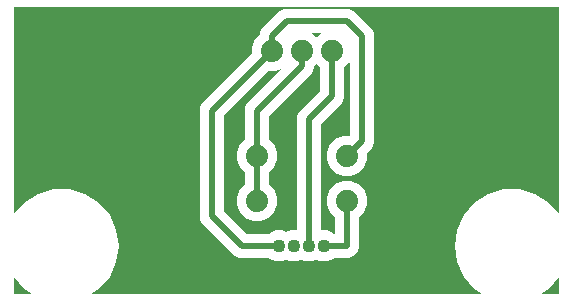
<source format=gbr>
G04 EAGLE Gerber X2 export*
%TF.Part,Single*%
%TF.FileFunction,Copper,L1,Top,Mixed*%
%TF.FilePolarity,Positive*%
%TF.GenerationSoftware,Autodesk,EAGLE,8.6.3*%
%TF.CreationDate,2018-04-05T19:26:23Z*%
G75*
%MOMM*%
%FSLAX34Y34*%
%LPD*%
%AMOC8*
5,1,8,0,0,1.08239X$1,22.5*%
G01*
%ADD10C,1.879600*%
%ADD11C,1.108000*%
%ADD12C,0.508000*%

G36*
X278886Y429280D02*
X278886Y429280D01*
X278955Y429299D01*
X278956Y429300D01*
X279003Y429352D01*
X279049Y429404D01*
X279049Y429405D01*
X279050Y429405D01*
X279061Y429475D01*
X279073Y429543D01*
X279072Y429544D01*
X279072Y429545D01*
X279045Y429609D01*
X279018Y429673D01*
X279017Y429674D01*
X279015Y429675D01*
X278958Y429727D01*
X273198Y433429D01*
X264203Y443810D01*
X258497Y456304D01*
X256542Y469900D01*
X258497Y483496D01*
X264203Y495990D01*
X273198Y506371D01*
X284753Y513797D01*
X297932Y517667D01*
X311668Y517667D01*
X324847Y513797D01*
X336402Y506371D01*
X344795Y496686D01*
X344838Y496657D01*
X344877Y496623D01*
X344897Y496620D01*
X344913Y496609D01*
X344965Y496609D01*
X345017Y496600D01*
X345034Y496608D01*
X345054Y496608D01*
X345098Y496635D01*
X345146Y496656D01*
X345157Y496672D01*
X345174Y496682D01*
X345197Y496729D01*
X345226Y496772D01*
X345231Y496798D01*
X345236Y496808D01*
X345234Y496820D01*
X345239Y496852D01*
X345239Y672086D01*
X345235Y672101D01*
X345237Y672117D01*
X345216Y672168D01*
X345200Y672221D01*
X345188Y672232D01*
X345182Y672246D01*
X345136Y672278D01*
X345095Y672315D01*
X345079Y672317D01*
X345066Y672326D01*
X344986Y672339D01*
X-116586Y672339D01*
X-116601Y672335D01*
X-116617Y672337D01*
X-116668Y672316D01*
X-116721Y672300D01*
X-116732Y672288D01*
X-116746Y672282D01*
X-116778Y672236D01*
X-116815Y672195D01*
X-116817Y672179D01*
X-116826Y672166D01*
X-116839Y672086D01*
X-116839Y496621D01*
X-116835Y496607D01*
X-116837Y496595D01*
X-116824Y496562D01*
X-116818Y496519D01*
X-116805Y496504D01*
X-116800Y496486D01*
X-116785Y496472D01*
X-116782Y496465D01*
X-116760Y496450D01*
X-116728Y496411D01*
X-116709Y496405D01*
X-116695Y496392D01*
X-116671Y496388D01*
X-116666Y496385D01*
X-116628Y496379D01*
X-116593Y496368D01*
X-116575Y496373D01*
X-116555Y496369D01*
X-116507Y496390D01*
X-116457Y496403D01*
X-116447Y496411D01*
X-116446Y496412D01*
X-116436Y496420D01*
X-116426Y496425D01*
X-116419Y496435D01*
X-116395Y496455D01*
X-107802Y506371D01*
X-96247Y513797D01*
X-83068Y517667D01*
X-69332Y517667D01*
X-56153Y513797D01*
X-44598Y506371D01*
X-35603Y495990D01*
X-29897Y483496D01*
X-27942Y469900D01*
X-29897Y456304D01*
X-35603Y443810D01*
X-44598Y433429D01*
X-50358Y429727D01*
X-50404Y429674D01*
X-50450Y429623D01*
X-50450Y429622D01*
X-50451Y429621D01*
X-50461Y429553D01*
X-50472Y429483D01*
X-50472Y429482D01*
X-50445Y429420D01*
X-50417Y429354D01*
X-50416Y429353D01*
X-50416Y429352D01*
X-50358Y429313D01*
X-50301Y429274D01*
X-50300Y429274D01*
X-50299Y429273D01*
X-50297Y429273D01*
X-50221Y429261D01*
X278821Y429261D01*
X278886Y429280D01*
G37*
%LPC*%
G36*
X104982Y456739D02*
X104982Y456739D01*
X100145Y458743D01*
X99223Y459665D01*
X99172Y459693D01*
X99124Y459726D01*
X99107Y459729D01*
X99099Y459733D01*
X99087Y459732D01*
X99044Y459739D01*
X74179Y459739D01*
X70444Y461286D01*
X42186Y489544D01*
X40639Y493279D01*
X40639Y586221D01*
X42186Y589956D01*
X45080Y592849D01*
X84507Y632277D01*
X84535Y632327D01*
X84568Y632375D01*
X84571Y632393D01*
X84575Y632400D01*
X84574Y632413D01*
X84581Y632456D01*
X84581Y638385D01*
X87172Y644640D01*
X91365Y648833D01*
X91393Y648884D01*
X91426Y648932D01*
X91429Y648949D01*
X91433Y648957D01*
X91432Y648969D01*
X91439Y649012D01*
X91439Y649721D01*
X92986Y653456D01*
X108544Y669014D01*
X112279Y670561D01*
X167121Y670561D01*
X170856Y669014D01*
X186414Y653456D01*
X187961Y649721D01*
X187961Y556779D01*
X186414Y553044D01*
X182193Y548823D01*
X182165Y548773D01*
X182132Y548725D01*
X182129Y548707D01*
X182125Y548700D01*
X182126Y548687D01*
X182119Y548644D01*
X182119Y542715D01*
X179528Y536460D01*
X174740Y531672D01*
X168485Y529081D01*
X161715Y529081D01*
X155460Y531672D01*
X150672Y536460D01*
X148081Y542715D01*
X148081Y549485D01*
X150672Y555740D01*
X155460Y560528D01*
X161715Y563119D01*
X167386Y563119D01*
X167401Y563123D01*
X167417Y563121D01*
X167468Y563142D01*
X167521Y563158D01*
X167532Y563170D01*
X167546Y563176D01*
X167578Y563222D01*
X167615Y563263D01*
X167617Y563279D01*
X167626Y563292D01*
X167639Y563372D01*
X167639Y626046D01*
X167636Y626057D01*
X167637Y626067D01*
X167634Y626075D01*
X167636Y626089D01*
X167614Y626133D01*
X167600Y626181D01*
X167584Y626196D01*
X167574Y626215D01*
X167532Y626241D01*
X167495Y626274D01*
X167473Y626278D01*
X167454Y626290D01*
X167404Y626289D01*
X167355Y626297D01*
X167335Y626288D01*
X167313Y626288D01*
X167271Y626261D01*
X167226Y626242D01*
X167213Y626224D01*
X167195Y626212D01*
X167154Y626145D01*
X167153Y626145D01*
X167153Y626144D01*
X167152Y626143D01*
X166828Y625360D01*
X162635Y621167D01*
X162607Y621116D01*
X162574Y621068D01*
X162571Y621051D01*
X162567Y621043D01*
X162568Y621031D01*
X162561Y620988D01*
X162561Y594879D01*
X161014Y591144D01*
X143235Y573365D01*
X143207Y573315D01*
X143174Y573267D01*
X143171Y573249D01*
X143167Y573242D01*
X143168Y573229D01*
X143161Y573186D01*
X143161Y483314D01*
X143165Y483299D01*
X143163Y483283D01*
X143184Y483232D01*
X143200Y483179D01*
X143212Y483168D01*
X143218Y483154D01*
X143264Y483122D01*
X143305Y483085D01*
X143321Y483083D01*
X143334Y483074D01*
X143414Y483061D01*
X148318Y483061D01*
X153155Y481057D01*
X154077Y480135D01*
X154128Y480107D01*
X154176Y480074D01*
X154193Y480071D01*
X154201Y480067D01*
X154213Y480068D01*
X154256Y480061D01*
X154686Y480061D01*
X154701Y480065D01*
X154717Y480063D01*
X154768Y480084D01*
X154821Y480100D01*
X154832Y480112D01*
X154846Y480118D01*
X154878Y480164D01*
X154915Y480205D01*
X154917Y480221D01*
X154926Y480234D01*
X154939Y480314D01*
X154939Y493988D01*
X154923Y494044D01*
X154913Y494101D01*
X154902Y494115D01*
X154900Y494123D01*
X154890Y494132D01*
X154865Y494167D01*
X150672Y498360D01*
X148081Y504615D01*
X148081Y511385D01*
X150672Y517640D01*
X155460Y522428D01*
X161715Y525019D01*
X168485Y525019D01*
X174740Y522428D01*
X179528Y517640D01*
X182119Y511385D01*
X182119Y504615D01*
X179528Y498360D01*
X175335Y494167D01*
X175307Y494116D01*
X175274Y494068D01*
X175271Y494051D01*
X175267Y494043D01*
X175268Y494031D01*
X175261Y493988D01*
X175261Y467879D01*
X173714Y464144D01*
X170856Y461286D01*
X167121Y459739D01*
X154256Y459739D01*
X154200Y459723D01*
X154143Y459713D01*
X154129Y459702D01*
X154121Y459700D01*
X154112Y459690D01*
X154077Y459665D01*
X153155Y458743D01*
X148318Y456739D01*
X143082Y456739D01*
X139447Y458245D01*
X139389Y458251D01*
X139332Y458264D01*
X139315Y458260D01*
X139307Y458261D01*
X139295Y458255D01*
X139253Y458245D01*
X135618Y456739D01*
X130382Y456739D01*
X126747Y458245D01*
X126689Y458251D01*
X126632Y458264D01*
X126615Y458260D01*
X126607Y458261D01*
X126595Y458255D01*
X126553Y458245D01*
X122918Y456739D01*
X117682Y456739D01*
X114047Y458245D01*
X113989Y458251D01*
X113932Y458264D01*
X113915Y458260D01*
X113907Y458261D01*
X113895Y458255D01*
X113853Y458245D01*
X110218Y456739D01*
X104982Y456739D01*
G37*
%LPD*%
G36*
X99100Y480077D02*
X99100Y480077D01*
X99157Y480087D01*
X99171Y480098D01*
X99179Y480100D01*
X99188Y480110D01*
X99223Y480135D01*
X100145Y481057D01*
X104982Y483061D01*
X110218Y483061D01*
X113853Y481555D01*
X113911Y481549D01*
X113968Y481536D01*
X113985Y481540D01*
X113993Y481539D01*
X114005Y481545D01*
X114047Y481555D01*
X117682Y483061D01*
X122586Y483061D01*
X122601Y483065D01*
X122617Y483063D01*
X122668Y483084D01*
X122721Y483100D01*
X122732Y483112D01*
X122746Y483118D01*
X122778Y483164D01*
X122815Y483205D01*
X122817Y483221D01*
X122826Y483234D01*
X122839Y483314D01*
X122839Y579521D01*
X124386Y583256D01*
X142165Y601035D01*
X142192Y601083D01*
X142215Y601109D01*
X142217Y601119D01*
X142226Y601133D01*
X142229Y601151D01*
X142233Y601158D01*
X142232Y601171D01*
X142239Y601214D01*
X142239Y620988D01*
X142237Y620997D01*
X142237Y621002D01*
X142231Y621017D01*
X142223Y621044D01*
X142213Y621101D01*
X142202Y621115D01*
X142200Y621123D01*
X142190Y621132D01*
X142165Y621167D01*
X139879Y623453D01*
X139865Y623460D01*
X139856Y623473D01*
X139804Y623494D01*
X139756Y623521D01*
X139740Y623520D01*
X139725Y623526D01*
X139671Y623516D01*
X139615Y623512D01*
X139602Y623503D01*
X139587Y623500D01*
X139521Y623453D01*
X137235Y621167D01*
X137207Y621116D01*
X137174Y621068D01*
X137171Y621051D01*
X137167Y621043D01*
X137168Y621031D01*
X137161Y620988D01*
X137161Y620279D01*
X135614Y616544D01*
X99135Y580065D01*
X99107Y580015D01*
X99074Y579967D01*
X99071Y579949D01*
X99067Y579942D01*
X99068Y579929D01*
X99061Y579886D01*
X99061Y560112D01*
X99077Y560056D01*
X99087Y559999D01*
X99098Y559985D01*
X99100Y559977D01*
X99110Y559968D01*
X99135Y559933D01*
X103328Y555740D01*
X105919Y549485D01*
X105919Y542715D01*
X103328Y536460D01*
X99135Y532267D01*
X99107Y532216D01*
X99099Y532204D01*
X99085Y532189D01*
X99084Y532183D01*
X99074Y532168D01*
X99071Y532151D01*
X99067Y532143D01*
X99068Y532131D01*
X99061Y532088D01*
X99061Y522012D01*
X99077Y521956D01*
X99087Y521899D01*
X99098Y521885D01*
X99100Y521877D01*
X99110Y521868D01*
X99135Y521833D01*
X103328Y517640D01*
X105919Y511385D01*
X105919Y504615D01*
X103328Y498360D01*
X98540Y493572D01*
X92285Y490981D01*
X85515Y490981D01*
X79260Y493572D01*
X74472Y498360D01*
X71881Y504615D01*
X71881Y511385D01*
X74472Y517640D01*
X78665Y521833D01*
X78693Y521884D01*
X78726Y521932D01*
X78729Y521949D01*
X78733Y521957D01*
X78732Y521969D01*
X78739Y522012D01*
X78739Y532088D01*
X78736Y532100D01*
X78737Y532111D01*
X78723Y532145D01*
X78713Y532201D01*
X78702Y532215D01*
X78700Y532223D01*
X78690Y532232D01*
X78665Y532267D01*
X74472Y536460D01*
X71881Y542715D01*
X71881Y549485D01*
X74472Y555740D01*
X78665Y559933D01*
X78693Y559984D01*
X78726Y560032D01*
X78729Y560049D01*
X78733Y560057D01*
X78732Y560069D01*
X78739Y560112D01*
X78739Y586221D01*
X80286Y589956D01*
X109764Y619433D01*
X109774Y619453D01*
X109792Y619466D01*
X109808Y619513D01*
X109832Y619557D01*
X109831Y619579D01*
X109838Y619600D01*
X109826Y619648D01*
X109823Y619697D01*
X109810Y619715D01*
X109805Y619737D01*
X109770Y619771D01*
X109741Y619812D01*
X109720Y619820D01*
X109705Y619835D01*
X109656Y619846D01*
X109610Y619864D01*
X109589Y619860D01*
X109567Y619865D01*
X109488Y619846D01*
X104985Y617981D01*
X99056Y617981D01*
X99000Y617965D01*
X98942Y617955D01*
X98928Y617944D01*
X98920Y617942D01*
X98912Y617932D01*
X98877Y617907D01*
X61035Y580065D01*
X61007Y580015D01*
X60974Y579967D01*
X60971Y579949D01*
X60967Y579942D01*
X60968Y579929D01*
X60961Y579886D01*
X60961Y499614D01*
X60977Y499558D01*
X60987Y499500D01*
X60998Y499486D01*
X61000Y499478D01*
X61010Y499470D01*
X61035Y499435D01*
X80335Y480135D01*
X80385Y480107D01*
X80433Y480074D01*
X80451Y480071D01*
X80458Y480067D01*
X80471Y480068D01*
X80514Y480061D01*
X99044Y480061D01*
X99100Y480077D01*
G37*
G36*
X-102114Y429280D02*
X-102114Y429280D01*
X-102045Y429299D01*
X-102044Y429300D01*
X-101997Y429352D01*
X-101951Y429404D01*
X-101951Y429405D01*
X-101950Y429405D01*
X-101939Y429475D01*
X-101927Y429543D01*
X-101928Y429544D01*
X-101928Y429545D01*
X-101955Y429609D01*
X-101982Y429673D01*
X-101983Y429674D01*
X-101985Y429675D01*
X-102042Y429727D01*
X-107802Y433429D01*
X-116395Y443345D01*
X-116438Y443373D01*
X-116477Y443408D01*
X-116497Y443411D01*
X-116513Y443422D01*
X-116565Y443422D01*
X-116617Y443431D01*
X-116634Y443423D01*
X-116654Y443423D01*
X-116698Y443396D01*
X-116746Y443375D01*
X-116757Y443359D01*
X-116774Y443349D01*
X-116797Y443302D01*
X-116826Y443259D01*
X-116831Y443233D01*
X-116836Y443222D01*
X-116834Y443210D01*
X-116839Y443179D01*
X-116839Y429514D01*
X-116835Y429499D01*
X-116837Y429483D01*
X-116816Y429432D01*
X-116800Y429379D01*
X-116788Y429368D01*
X-116782Y429354D01*
X-116736Y429322D01*
X-116695Y429285D01*
X-116679Y429283D01*
X-116666Y429274D01*
X-116586Y429261D01*
X-102179Y429261D01*
X-102114Y429280D01*
G37*
G36*
X345001Y429265D02*
X345001Y429265D01*
X345017Y429263D01*
X345068Y429284D01*
X345121Y429300D01*
X345132Y429312D01*
X345146Y429318D01*
X345178Y429364D01*
X345215Y429405D01*
X345217Y429421D01*
X345226Y429434D01*
X345239Y429514D01*
X345239Y442948D01*
X345236Y442959D01*
X345237Y442967D01*
X345226Y442992D01*
X345225Y442998D01*
X345218Y443050D01*
X345205Y443065D01*
X345200Y443084D01*
X345161Y443118D01*
X345128Y443158D01*
X345109Y443164D01*
X345095Y443177D01*
X345043Y443186D01*
X344993Y443201D01*
X344975Y443197D01*
X344955Y443200D01*
X344907Y443179D01*
X344857Y443166D01*
X344836Y443149D01*
X344826Y443144D01*
X344819Y443134D01*
X344795Y443114D01*
X336402Y433429D01*
X330642Y429727D01*
X330596Y429674D01*
X330550Y429623D01*
X330550Y429622D01*
X330549Y429621D01*
X330539Y429553D01*
X330528Y429483D01*
X330528Y429482D01*
X330555Y429420D01*
X330583Y429354D01*
X330584Y429353D01*
X330584Y429352D01*
X330642Y429313D01*
X330699Y429274D01*
X330700Y429274D01*
X330701Y429273D01*
X330703Y429273D01*
X330779Y429261D01*
X344986Y429261D01*
X345001Y429265D01*
G37*
G36*
X139729Y646484D02*
X139729Y646484D01*
X139785Y646488D01*
X139798Y646497D01*
X139813Y646500D01*
X139879Y646547D01*
X142760Y649428D01*
X143543Y649752D01*
X143560Y649766D01*
X143581Y649772D01*
X143614Y649809D01*
X143653Y649840D01*
X143660Y649861D01*
X143674Y649877D01*
X143682Y649926D01*
X143699Y649973D01*
X143693Y649995D01*
X143697Y650017D01*
X143678Y650062D01*
X143666Y650110D01*
X143650Y650126D01*
X143642Y650146D01*
X143601Y650174D01*
X143566Y650209D01*
X143544Y650214D01*
X143526Y650226D01*
X143446Y650239D01*
X135954Y650239D01*
X135933Y650233D01*
X135911Y650236D01*
X135867Y650214D01*
X135819Y650200D01*
X135804Y650184D01*
X135785Y650174D01*
X135759Y650132D01*
X135726Y650095D01*
X135722Y650073D01*
X135710Y650054D01*
X135711Y650004D01*
X135703Y649955D01*
X135712Y649935D01*
X135712Y649913D01*
X135739Y649871D01*
X135758Y649826D01*
X135776Y649813D01*
X135788Y649795D01*
X135857Y649752D01*
X136640Y649428D01*
X139521Y646547D01*
X139535Y646540D01*
X139544Y646527D01*
X139596Y646506D01*
X139644Y646479D01*
X139660Y646480D01*
X139675Y646474D01*
X139729Y646484D01*
G37*
D10*
X152400Y635000D03*
X127000Y635000D03*
X101600Y635000D03*
X165100Y508000D03*
X88900Y508000D03*
X165100Y546100D03*
X88900Y546100D03*
D11*
X133000Y469900D03*
X120300Y469900D03*
X145700Y469900D03*
X107600Y469900D03*
D12*
X133000Y469900D02*
X133000Y577500D01*
X152400Y596900D02*
X152400Y635000D01*
X152400Y596900D02*
X133000Y577500D01*
X88900Y546100D02*
X88900Y508000D01*
X88900Y546100D02*
X88900Y584200D01*
X127000Y622300D01*
X127000Y635000D01*
X177800Y558800D02*
X165100Y546100D01*
X177800Y558800D02*
X177800Y647700D01*
X165100Y660400D01*
X114300Y660400D01*
X101600Y647700D01*
X101600Y635000D01*
X50800Y584200D01*
X50800Y495300D01*
X76200Y469900D01*
X107600Y469900D01*
X145700Y469900D02*
X165100Y469900D01*
X165100Y508000D01*
M02*

</source>
